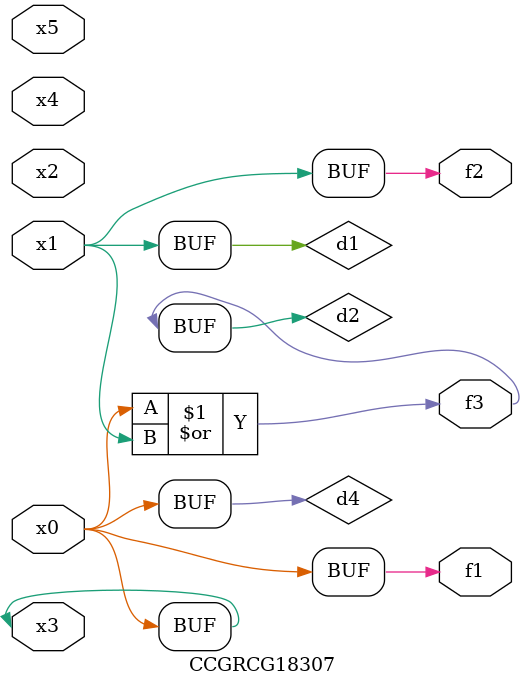
<source format=v>
module CCGRCG18307(
	input x0, x1, x2, x3, x4, x5,
	output f1, f2, f3
);

	wire d1, d2, d3, d4;

	and (d1, x1);
	or (d2, x0, x1);
	nand (d3, x0, x5);
	buf (d4, x0, x3);
	assign f1 = d4;
	assign f2 = d1;
	assign f3 = d2;
endmodule

</source>
